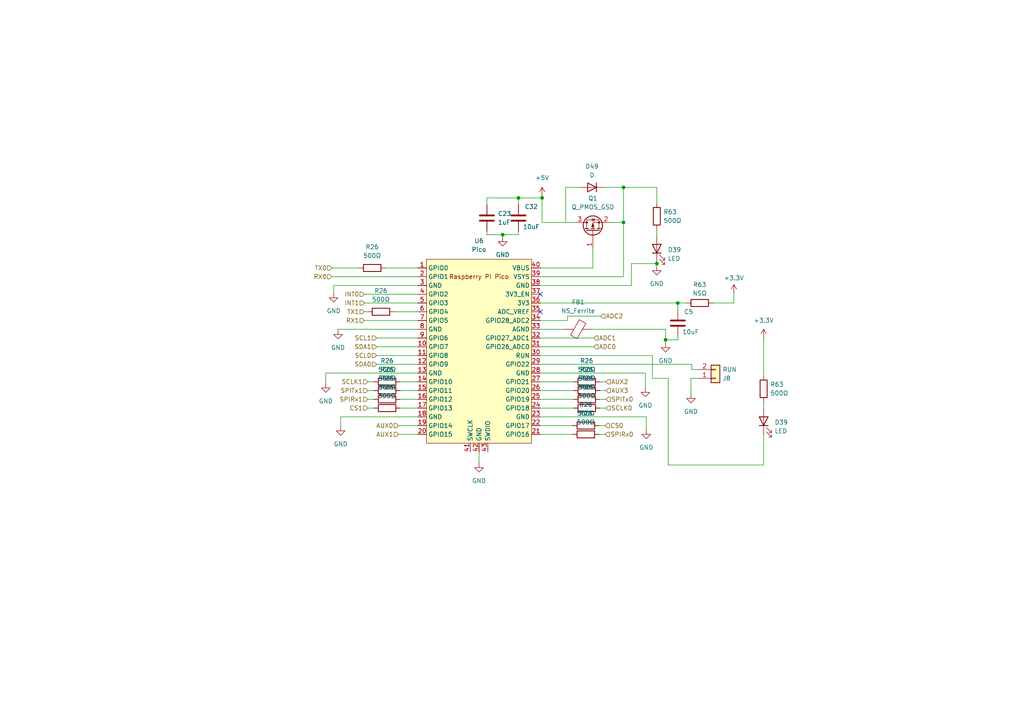
<source format=kicad_sch>
(kicad_sch (version 20230121) (generator eeschema)
  (paper "A4")
  (lib_symbols
    (symbol "Connector_Generic:Conn_01x02" (pin_names (offset 1.016) hide)
      (property "Reference" "J" (at 0 2.54 0))
      (property "Value" "Conn_01x02" (at 0 -5.08 0))
      (symbol "Conn_01x02_1_1"
        (rectangle (start -1.27 -2.413) (end 0 -2.667) (stroke (width 0.1524)))
        (rectangle (start -1.27 0.127) (end 0 -0.127) (stroke (width 0.1524)))
        (rectangle (start -1.27 1.27) (end 1.27 -3.81) (stroke (width 0.254)) (fill (type background)))
        (pin passive line (at -5.08 0 0) (length 3.81) (name "Pin_1") (number "1"))
        (pin passive line (at -5.08 -2.54 0) (length 3.81) (name "Pin_2") (number "2"))
      )
    )
    (symbol "Device:C" (pin_numbers hide) (pin_names (offset 0.254))
      (property "Reference" "C" (at 0.635 2.54 0))
      (property "Value" "C" (at 0.635 -2.54 0))
      (symbol "C_0_1"
        (polyline (pts (xy -2.032 -0.762) (xy 2.032 -0.762)) (stroke (width 0.508)))
        (polyline (pts (xy -2.032 0.762) (xy 2.032 0.762)) (stroke (width 0.508)))
      )
      (symbol "C_1_1"
        (pin passive line (at 0 3.81 270) (length 2.794) (name "~") (number "1"))
        (pin passive line (at 0 -3.81 90) (length 2.794) (name "~") (number "2"))
      )
    )
    (symbol "Device:D" (pin_numbers hide) (pin_names (offset 1.016) hide)
      (property "Reference" "D" (at 0 2.54 0))
      (property "Value" "D" (at 0 -2.54 0))
      (symbol "D_0_1"
        (polyline (pts (xy -1.27 1.27) (xy -1.27 -1.27)) (stroke (width 0.254)))
        (polyline (pts (xy 1.27 0) (xy -1.27 0)))
        (polyline (pts (xy 1.27 1.27) (xy 1.27 -1.27) (xy -1.27 0) (xy 1.27 1.27)) (stroke (width 0.254)))
      )
      (symbol "D_1_1"
        (pin passive line (at -3.81 0 0) (length 2.54) (name "K") (number "1"))
        (pin passive line (at 3.81 0 180) (length 2.54) (name "A") (number "2"))
      )
    )
    (symbol "Device:FerriteBead" (pin_numbers hide) (pin_names (offset 0))
      (property "Reference" "FB" (at -3.81 0.635 90))
      (property "Value" "FerriteBead" (at 3.81 0 90))
      (symbol "FerriteBead_0_1"
        (polyline (pts (xy 0 -1.27) (xy 0 -1.2192)))
        (polyline (pts (xy 0 1.27) (xy 0 1.2954)))
        (polyline (pts (xy -2.7686 0.4064) (xy -1.7018 2.2606) (xy 2.7686 -0.3048) (xy 1.6764 -2.159) (xy -2.7686 0.4064)))
      )
      (symbol "FerriteBead_1_1"
        (pin passive line (at 0 3.81 270) (length 2.54) (name "~") (number "1"))
        (pin passive line (at 0 -3.81 90) (length 2.54) (name "~") (number "2"))
      )
    )
    (symbol "Device:LED" (pin_numbers hide) (pin_names (offset 1.016) hide)
      (property "Reference" "D" (at 0 2.54 0))
      (property "Value" "LED" (at 0 -2.54 0))
      (symbol "LED_0_1"
        (polyline (pts (xy -1.27 -1.27) (xy -1.27 1.27)) (stroke (width 0.254)))
        (polyline (pts (xy -1.27 0) (xy 1.27 0)))
        (polyline (pts (xy 1.27 -1.27) (xy 1.27 1.27) (xy -1.27 0) (xy 1.27 -1.27)) (stroke (width 0.254)))
        (polyline (pts (xy -3.048 -0.762) (xy -4.572 -2.286) (xy -3.81 -2.286) (xy -4.572 -2.286) (xy -4.572 -1.524)))
        (polyline (pts (xy -1.778 -0.762) (xy -3.302 -2.286) (xy -2.54 -2.286) (xy -3.302 -2.286) (xy -3.302 -1.524)))
      )
      (symbol "LED_1_1"
        (pin passive line (at -3.81 0 0) (length 2.54) (name "K") (number "1"))
        (pin passive line (at 3.81 0 180) (length 2.54) (name "A") (number "2"))
      )
    )
    (symbol "Device:Q_PMOS_GSD" (pin_names (offset 0) hide)
      (property "Reference" "Q" (at 5.08 1.27 0))
      (property "Value" "Q_PMOS_GSD" (at 5.08 -1.27 0))
      (symbol "Q_PMOS_GSD_0_1"
        (polyline (pts (xy 0.254 0) (xy -2.54 0)))
        (polyline (pts (xy 0.254 1.905) (xy 0.254 -1.905)) (stroke (width 0.254)))
        (polyline (pts (xy 0.762 -1.27) (xy 0.762 -2.286)) (stroke (width 0.254)))
        (polyline (pts (xy 0.762 0.508) (xy 0.762 -0.508)) (stroke (width 0.254)))
        (polyline (pts (xy 0.762 2.286) (xy 0.762 1.27)) (stroke (width 0.254)))
        (polyline (pts (xy 2.54 2.54) (xy 2.54 1.778)))
        (polyline (pts (xy 2.54 -2.54) (xy 2.54 0) (xy 0.762 0)))
        (polyline (pts (xy 0.762 1.778) (xy 3.302 1.778) (xy 3.302 -1.778) (xy 0.762 -1.778)))
        (polyline (pts (xy 2.286 0) (xy 1.27 0.381) (xy 1.27 -0.381) (xy 2.286 0)) (fill (type outline)))
        (polyline (pts (xy 2.794 -0.508) (xy 2.921 -0.381) (xy 3.683 -0.381) (xy 3.81 -0.254)))
        (polyline (pts (xy 3.302 -0.381) (xy 2.921 0.254) (xy 3.683 0.254) (xy 3.302 -0.381)))
        (circle (center 1.651 0) (radius 2.794) (stroke (width 0.254)))
        (circle (center 2.54 -1.778) (radius 0.254) (fill (type outline)))
        (circle (center 2.54 1.778) (radius 0.254) (fill (type outline)))
      )
      (symbol "Q_PMOS_GSD_1_1"
        (pin input line (at -5.08 0 0) (length 2.54) (name "G") (number "1"))
        (pin passive line (at 2.54 -5.08 90) (length 2.54) (name "S") (number "2"))
        (pin passive line (at 2.54 5.08 270) (length 2.54) (name "D") (number "3"))
      )
    )
    (symbol "Device:R" (pin_numbers hide) (pin_names (offset 0))
      (property "Reference" "R" (at 2.032 0 90))
      (property "Value" "R" (at 0 0 90))
      (symbol "R_0_1"
        (rectangle (start -1.016 -2.54) (end 1.016 2.54) (stroke (width 0.254)))
      )
      (symbol "R_1_1"
        (pin passive line (at 0 3.81 270) (length 1.27) (name "~") (number "1"))
        (pin passive line (at 0 -3.81 90) (length 1.27) (name "~") (number "2"))
      )
    )
    (symbol "Pico:Pico"
      (property "Reference" "U" (at -13.97 27.94 0))
      (property "Value" "Pico" (at 0 19.05 0))
      (symbol "Pico_0_0"
        (text "Raspberry Pi Pico" (at 0 21.59 0) (effects (font (size 1.27 1.27))))
      )
      (symbol "Pico_0_1"
        (rectangle (start -15.24 26.67) (end 15.24 -26.67) (fill (type background)))
      )
      (symbol "Pico_1_1"
        (pin bidirectional line (at -17.78 24.13 0) (length 2.54) (name "GPIO0") (number "1"))
        (pin bidirectional line (at -17.78 1.27 0) (length 2.54) (name "GPIO7") (number "10"))
        (pin bidirectional line (at -17.78 -1.27 0) (length 2.54) (name "GPIO8") (number "11"))
        (pin bidirectional line (at -17.78 -3.81 0) (length 2.54) (name "GPIO9") (number "12"))
        (pin power_in line (at -17.78 -6.35 0) (length 2.54) (name "GND") (number "13"))
        (pin bidirectional line (at -17.78 -8.89 0) (length 2.54) (name "GPIO10") (number "14"))
        (pin bidirectional line (at -17.78 -11.43 0) (length 2.54) (name "GPIO11") (number "15"))
        (pin bidirectional line (at -17.78 -13.97 0) (length 2.54) (name "GPIO12") (number "16"))
        (pin bidirectional line (at -17.78 -16.51 0) (length 2.54) (name "GPIO13") (number "17"))
        (pin power_in line (at -17.78 -19.05 0) (length 2.54) (name "GND") (number "18"))
        (pin bidirectional line (at -17.78 -21.59 0) (length 2.54) (name "GPIO14") (number "19"))
        (pin bidirectional line (at -17.78 21.59 0) (length 2.54) (name "GPIO1") (number "2"))
        (pin bidirectional line (at -17.78 -24.13 0) (length 2.54) (name "GPIO15") (number "20"))
        (pin bidirectional line (at 17.78 -24.13 180) (length 2.54) (name "GPIO16") (number "21"))
        (pin bidirectional line (at 17.78 -21.59 180) (length 2.54) (name "GPIO17") (number "22"))
        (pin power_in line (at 17.78 -19.05 180) (length 2.54) (name "GND") (number "23"))
        (pin bidirectional line (at 17.78 -16.51 180) (length 2.54) (name "GPIO18") (number "24"))
        (pin bidirectional line (at 17.78 -13.97 180) (length 2.54) (name "GPIO19") (number "25"))
        (pin bidirectional line (at 17.78 -11.43 180) (length 2.54) (name "GPIO20") (number "26"))
        (pin bidirectional line (at 17.78 -8.89 180) (length 2.54) (name "GPIO21") (number "27"))
        (pin power_in line (at 17.78 -6.35 180) (length 2.54) (name "GND") (number "28"))
        (pin bidirectional line (at 17.78 -3.81 180) (length 2.54) (name "GPIO22") (number "29"))
        (pin power_in line (at -17.78 19.05 0) (length 2.54) (name "GND") (number "3"))
        (pin input line (at 17.78 -1.27 180) (length 2.54) (name "RUN") (number "30"))
        (pin bidirectional line (at 17.78 1.27 180) (length 2.54) (name "GPIO26_ADC0") (number "31"))
        (pin bidirectional line (at 17.78 3.81 180) (length 2.54) (name "GPIO27_ADC1") (number "32"))
        (pin power_in line (at 17.78 6.35 180) (length 2.54) (name "AGND") (number "33"))
        (pin bidirectional line (at 17.78 8.89 180) (length 2.54) (name "GPIO28_ADC2") (number "34"))
        (pin power_in line (at 17.78 11.43 180) (length 2.54) (name "ADC_VREF") (number "35"))
        (pin power_in line (at 17.78 13.97 180) (length 2.54) (name "3V3") (number "36"))
        (pin input line (at 17.78 16.51 180) (length 2.54) (name "3V3_EN") (number "37"))
        (pin bidirectional line (at 17.78 19.05 180) (length 2.54) (name "GND") (number "38"))
        (pin power_in line (at 17.78 21.59 180) (length 2.54) (name "VSYS") (number "39"))
        (pin bidirectional line (at -17.78 16.51 0) (length 2.54) (name "GPIO2") (number "4"))
        (pin power_in line (at 17.78 24.13 180) (length 2.54) (name "VBUS") (number "40"))
        (pin input line (at -2.54 -29.21 90) (length 2.54) (name "SWCLK") (number "41"))
        (pin power_in line (at 0 -29.21 90) (length 2.54) (name "GND") (number "42"))
        (pin bidirectional line (at 2.54 -29.21 90) (length 2.54) (name "SWDIO") (number "43"))
        (pin bidirectional line (at -17.78 13.97 0) (length 2.54) (name "GPIO3") (number "5"))
        (pin bidirectional line (at -17.78 11.43 0) (length 2.54) (name "GPIO4") (number "6"))
        (pin bidirectional line (at -17.78 8.89 0) (length 2.54) (name "GPIO5") (number "7"))
        (pin power_in line (at -17.78 6.35 0) (length 2.54) (name "GND") (number "8"))
        (pin bidirectional line (at -17.78 3.81 0) (length 2.54) (name "GPIO6") (number "9"))
      )
    )
    (symbol "power:+3.3V" (power) (pin_names (offset 0))
      (property "Value" "+3.3V" (at 0 3.556 0))
      (symbol "+3.3V_0_1"
        (polyline (pts (xy -0.762 1.27) (xy 0 2.54)))
        (polyline (pts (xy 0 0) (xy 0 2.54)))
        (polyline (pts (xy 0 2.54) (xy 0.762 1.27)))
      )
      (symbol "+3.3V_1_1"
        (pin power_in line (at 0 0 90) (length 0) hide (name "+3.3V") (number "1"))
      )
    )
    (symbol "power:+5V" (power) (pin_names (offset 0))
      (property "Value" "+5V" (at 0 3.556 0))
      (symbol "+5V_0_1"
        (polyline (pts (xy -0.762 1.27) (xy 0 2.54)))
        (polyline (pts (xy 0 0) (xy 0 2.54)))
        (polyline (pts (xy 0 2.54) (xy 0.762 1.27)))
      )
      (symbol "+5V_1_1"
        (pin power_in line (at 0 0 90) (length 0) hide (name "+5V") (number "1"))
      )
    )
    (symbol "power:GND" (power) (pin_names (offset 0))
      (property "Value" "GND" (at 0 -3.81 0))
      (symbol "GND_0_1"
        (polyline (pts (xy 0 0) (xy 0 -1.27) (xy 1.27 -1.27) (xy 0 -2.54) (xy -1.27 -1.27) (xy 0 -1.27)))
      )
      (symbol "GND_1_1"
        (pin power_in line (at 0 0 270) (length 0) hide (name "GND") (number "1"))
      )
    )
  )
  (junction (at 193.04 98.552))
  (junction (at 190.5 76.454))
  (junction (at 150.368 57.404))
  (junction (at 196.596 87.884))
  (junction (at 180.848 54.356))
  (junction (at 145.796 68.072))
  (junction (at 157.226 57.404))
  (junction (at 180.848 64.516))
  (no_connect (at 156.718 85.344))
  (no_connect (at 156.718 90.424))
  (wire (pts (xy 175.768 118.364) (xy 173.99 118.364)))
  (wire (pts (xy 183.134 82.804) (xy 183.134 76.454)))
  (wire (pts (xy 189.23 109.728) (xy 193.802 109.728)))
  (wire (pts (xy 175.514 123.444) (xy 173.736 123.444)))
  (wire (pts (xy 189.23 103.124) (xy 189.23 109.728)))
  (wire (pts (xy 156.718 123.444) (xy 166.116 123.444)))
  (wire (pts (xy 156.718 115.824) (xy 166.37 115.824)))
  (wire (pts (xy 156.718 100.584) (xy 172.212 100.584)))
  (wire (pts (xy 105.664 90.424) (xy 106.68 90.424)))
  (wire (pts (xy 156.718 125.984) (xy 166.116 125.984)))
  (wire (pts (xy 193.04 98.552) (xy 196.596 98.552)))
  (wire (pts (xy 156.718 103.124) (xy 189.23 103.124)))
  (wire (pts (xy 221.488 98.044) (xy 221.488 108.966)))
  (wire (pts (xy 200.66 107.188) (xy 202.438 107.188)))
  (wire (pts (xy 175.514 54.356) (xy 180.848 54.356)))
  (wire (pts (xy 106.68 113.284) (xy 108.458 113.284)))
  (wire (pts (xy 138.938 131.064) (xy 138.938 134.366)))
  (wire (pts (xy 106.68 115.824) (xy 108.458 115.824)))
  (wire (pts (xy 156.718 118.364) (xy 166.37 118.364)))
  (wire (pts (xy 116.078 115.824) (xy 121.158 115.824)))
  (wire (pts (xy 150.368 68.072) (xy 145.796 68.072)))
  (wire (pts (xy 98.806 120.904) (xy 121.158 120.904)))
  (wire (pts (xy 105.664 87.884) (xy 121.158 87.884)))
  (wire (pts (xy 164.084 64.262) (xy 164.084 54.356)))
  (wire (pts (xy 190.5 54.356) (xy 190.5 58.928)))
  (wire (pts (xy 96.266 77.724) (xy 104.14 77.724)))
  (wire (pts (xy 156.718 77.724) (xy 171.958 77.724)))
  (wire (pts (xy 200.406 114.3) (xy 200.406 109.728)))
  (wire (pts (xy 157.226 56.896) (xy 157.226 57.404)))
  (wire (pts (xy 196.596 87.884) (xy 196.596 89.916)))
  (wire (pts (xy 114.3 90.424) (xy 121.158 90.424)))
  (wire (pts (xy 96.266 80.264) (xy 121.158 80.264)))
  (wire (pts (xy 164.084 54.356) (xy 167.894 54.356)))
  (wire (pts (xy 212.852 87.884) (xy 212.852 85.09)))
  (wire (pts (xy 156.718 120.904) (xy 187.452 120.904)))
  (wire (pts (xy 156.718 98.044) (xy 172.212 98.044)))
  (wire (pts (xy 193.802 134.874) (xy 221.488 134.874)))
  (wire (pts (xy 221.488 116.586) (xy 221.488 118.364)))
  (wire (pts (xy 106.68 118.364) (xy 108.458 118.364)))
  (wire (pts (xy 98.044 95.758) (xy 98.044 95.504)))
  (wire (pts (xy 109.22 98.044) (xy 121.158 98.044)))
  (wire (pts (xy 157.226 57.404) (xy 157.226 64.516)))
  (wire (pts (xy 180.848 80.264) (xy 180.848 64.516)))
  (wire (pts (xy 115.57 123.444) (xy 121.158 123.444)))
  (wire (pts (xy 164.592 91.694) (xy 164.592 92.964)))
  (wire (pts (xy 150.368 57.404) (xy 150.368 59.436)))
  (wire (pts (xy 141.224 59.436) (xy 141.224 57.404)))
  (wire (pts (xy 150.368 67.056) (xy 150.368 68.072)))
  (wire (pts (xy 106.68 110.744) (xy 108.458 110.744)))
  (wire (pts (xy 173.99 113.284) (xy 175.768 113.284)))
  (wire (pts (xy 206.756 87.884) (xy 212.852 87.884)))
  (wire (pts (xy 109.22 103.124) (xy 121.158 103.124)))
  (wire (pts (xy 94.488 111.252) (xy 94.488 108.204)))
  (wire (pts (xy 190.5 76.454) (xy 190.5 77.216)))
  (wire (pts (xy 193.802 109.728) (xy 193.802 134.874)))
  (wire (pts (xy 196.596 87.884) (xy 199.136 87.884)))
  (wire (pts (xy 109.22 105.664) (xy 121.158 105.664)))
  (wire (pts (xy 187.452 120.904) (xy 187.452 124.714)))
  (wire (pts (xy 190.5 66.548) (xy 190.5 68.326)))
  (wire (pts (xy 171.45 95.504) (xy 193.04 95.504)))
  (wire (pts (xy 145.796 68.072) (xy 145.796 68.834)))
  (wire (pts (xy 175.514 125.984) (xy 173.736 125.984)))
  (wire (pts (xy 98.044 95.504) (xy 121.158 95.504)))
  (wire (pts (xy 116.078 110.744) (xy 121.158 110.744)))
  (wire (pts (xy 200.66 105.664) (xy 200.66 107.188)))
  (wire (pts (xy 115.57 125.984) (xy 121.158 125.984)))
  (wire (pts (xy 183.134 76.454) (xy 190.5 76.454)))
  (wire (pts (xy 156.718 95.504) (xy 163.83 95.504)))
  (wire (pts (xy 156.718 113.284) (xy 166.37 113.284)))
  (wire (pts (xy 96.774 85.09) (xy 96.774 82.804)))
  (wire (pts (xy 156.718 87.884) (xy 196.596 87.884)))
  (wire (pts (xy 173.99 110.744) (xy 175.768 110.744)))
  (wire (pts (xy 156.718 110.744) (xy 166.37 110.744)))
  (wire (pts (xy 156.718 82.804) (xy 183.134 82.804)))
  (wire (pts (xy 116.078 118.364) (xy 121.158 118.364)))
  (wire (pts (xy 105.664 92.964) (xy 121.158 92.964)))
  (wire (pts (xy 175.768 115.824) (xy 173.99 115.824)))
  (wire (pts (xy 141.224 57.404) (xy 150.368 57.404)))
  (wire (pts (xy 156.718 108.204) (xy 187.198 108.204)))
  (wire (pts (xy 180.848 54.356) (xy 180.848 64.516)))
  (wire (pts (xy 164.592 92.964) (xy 156.718 92.964)))
  (wire (pts (xy 141.224 67.056) (xy 141.224 68.072)))
  (wire (pts (xy 193.04 95.504) (xy 193.04 98.552)))
  (wire (pts (xy 171.958 77.724) (xy 171.958 72.136)))
  (wire (pts (xy 174.244 91.694) (xy 164.592 91.694)))
  (wire (pts (xy 156.718 80.264) (xy 180.848 80.264)))
  (wire (pts (xy 196.596 98.552) (xy 196.596 97.536)))
  (wire (pts (xy 98.806 123.698) (xy 98.806 120.904)))
  (wire (pts (xy 116.078 113.284) (xy 121.158 113.284)))
  (wire (pts (xy 221.488 125.984) (xy 221.488 134.874)))
  (wire (pts (xy 180.848 54.356) (xy 190.5 54.356)))
  (wire (pts (xy 187.198 108.204) (xy 187.198 112.522)))
  (wire (pts (xy 111.76 77.724) (xy 121.158 77.724)))
  (wire (pts (xy 109.22 100.584) (xy 121.158 100.584)))
  (wire (pts (xy 150.368 57.404) (xy 157.226 57.404)))
  (wire (pts (xy 190.5 75.946) (xy 190.5 76.454)))
  (wire (pts (xy 105.664 85.344) (xy 121.158 85.344)))
  (wire (pts (xy 193.04 98.552) (xy 193.04 99.568)))
  (wire (pts (xy 156.718 105.664) (xy 200.66 105.664)))
  (wire (pts (xy 157.226 64.516) (xy 166.878 64.516)))
  (wire (pts (xy 141.224 68.072) (xy 145.796 68.072)))
  (wire (pts (xy 94.488 108.204) (xy 121.158 108.204)))
  (wire (pts (xy 96.774 82.804) (xy 121.158 82.804)))
  (wire (pts (xy 180.848 64.516) (xy 177.038 64.516)))
  (wire (pts (xy 200.406 109.728) (xy 202.438 109.728)))
  (hierarchical_label "SCLK1" (shape input) (at 106.68 110.744 180))
  (hierarchical_label "INT0" (shape input) (at 105.664 85.344 180))
  (hierarchical_label "RX1" (shape input) (at 105.664 92.964 180))
  (hierarchical_label "SCL1" (shape input) (at 109.22 98.044 180))
  (hierarchical_label "ADC0" (shape input) (at 172.212 100.584 0))
  (hierarchical_label "SCL0" (shape input) (at 109.22 103.124 180))
  (hierarchical_label "SPIRx0" (shape input) (at 175.514 125.984 0))
  (hierarchical_label "AUX0" (shape input) (at 115.57 123.444 180))
  (hierarchical_label "INT1" (shape input) (at 105.664 87.884 180))
  (hierarchical_label "SDA1" (shape input) (at 109.22 100.584 180))
  (hierarchical_label "ADC2" (shape input) (at 174.244 91.694 0))
  (hierarchical_label "AUX2" (shape input) (at 175.768 110.744 0))
  (hierarchical_label "SCLK0" (shape input) (at 175.768 118.364 0))
  (hierarchical_label "RX0" (shape input) (at 96.266 80.264 180))
  (hierarchical_label "SPIRx1" (shape input) (at 106.68 115.824 180))
  (hierarchical_label "AUX1" (shape input) (at 115.57 125.984 180))
  (hierarchical_label "CS0" (shape input) (at 175.514 123.444 0))
  (hierarchical_label "TX0" (shape input) (at 96.266 77.724 180))
  (hierarchical_label "ADC1" (shape input) (at 172.212 98.044 0))
  (hierarchical_label "SDA0" (shape input) (at 109.22 105.664 180))
  (hierarchical_label "TX1" (shape input) (at 105.664 90.424 180))
  (hierarchical_label "CS1" (shape input) (at 106.68 118.364 180))
  (hierarchical_label "AUX3" (shape input) (at 175.768 113.284 0))
  (hierarchical_label "SPITx1" (shape input) (at 106.68 113.284 180))
  (hierarchical_label "SPITx0" (shape input) (at 175.768 115.824 0))
  (symbol (lib_id "power:+5V") (at 157.226 56.896 0) (unit 1)
    (property "Reference" "#PWR0148" (effects hide))
    (property "Value" "+5V" (at 157.226 51.562 0))
  )
  (symbol (lib_id "Device:R") (at 170.18 118.364 90) (mirror x) (unit 1)
    (property "Reference" "R26" (at 170.18 112.268 90))
    (property "Value" "500Ω" (at 170.18 114.808 90))
    (property "Footprint" "Resistor_SMD:R_0805_2012Metric" (effects hide))
    (instances (project "PicoIrrigation" (path "" (reference "R26") (unit 1)) (path "" (reference "R11") (unit 1))))
  )
  (symbol (lib_id "power:GND") (at 187.198 112.522 0) (unit 1)
    (property "Reference" "#PWR0140" (effects hide))
    (property "Value" "GND" (at 187.198 117.602 0))
    (instances (project "PicoIrrigation" (path "" (reference "#PWR0145") (unit 1))))
  )
  (symbol (lib_id "power:GND") (at 200.406 114.3 0) (unit 1)
    (property "Reference" "#PWR0140" (effects hide))
    (property "Value" "GND" (at 200.406 119.38 0))
    (instances (project "PicoIrrigation" (path "" (reference "#PWR02") (unit 1))))
  )
  (symbol (lib_id "power:GND") (at 145.796 68.834 0) (unit 1)
    (property "Reference" "#PWR09" (effects hide))
    (property "Value" "GND" (at 145.796 73.914 0))
    (instances (project "PicoIrrigation" (path "" (reference "#PWR0149") (unit 1))))
  )
  (symbol (lib_id "Device:C") (at 150.368 63.246 0) (unit 1)
    (property "Reference" "C15" (at 152.146 59.944 0) (effects (justify left)))
    (property "Value" "10uF" (at 151.638 65.786 0) (effects (justify left)))
    (property "Footprint" "Capacitor_SMD:C_0805_2012Metric" (effects hide))
    (instances (project "PicoIrrigation" (path "" (reference "C32") (unit 1))))
  )
  (symbol (lib_id "power:GND") (at 190.5 77.216 0) (unit 1)
    (property "Reference" "#PWR0140" (effects hide))
    (property "Value" "GND" (at 190.5 82.296 0))
    (instances (project "PicoIrrigation" (path "" (reference "#PWR0147") (unit 1))))
  )
  (symbol (lib_id "Device:R") (at 112.268 118.364 270) (unit 1)
    (property "Reference" "R26" (at 112.268 112.268 90))
    (property "Value" "500Ω" (at 112.268 114.808 90))
    (property "Footprint" "Resistor_SMD:R_0805_2012Metric" (effects hide))
    (instances (project "PicoIrrigation" (path "" (reference "R26") (unit 1)) (path "" (reference "R4") (unit 1))))
  )
  (symbol (lib_id "Device:R") (at 112.268 110.744 270) (unit 1)
    (property "Reference" "R26" (at 112.268 104.648 90))
    (property "Value" "500Ω" (at 112.268 107.188 90))
    (property "Footprint" "Resistor_SMD:R_0805_2012Metric" (effects hide))
    (instances (project "PicoIrrigation" (path "" (reference "R26") (unit 1)) (path "" (reference "R6") (unit 1))))
  )
  (symbol (lib_id "Device:R") (at 170.18 110.744 90) (mirror x) (unit 1)
    (property "Reference" "R26" (at 170.18 104.648 90))
    (property "Value" "500Ω" (at 170.18 107.188 90))
    (property "Footprint" "Resistor_SMD:R_0805_2012Metric" (effects hide))
    (instances (project "PicoIrrigation" (path "" (reference "R26") (unit 1)) (path "" (reference "R16") (unit 1))))
  )
  (symbol (lib_id "Device:Q_PMOS_GSD") (at 171.958 67.056 90) (unit 1)
    (property "Reference" "Q1" (at 171.958 57.531 90))
    (property "Value" "Q_PMOS_GSD" (at 171.958 60.071 90))
    (property "Footprint" "Package_TO_SOT_SMD:SOT-23" (effects hide))
    (instances (project "PicoIrrigation" (path "" (reference "Q1") (unit 1)) (path "" (reference "Q3") (unit 1))))
  )
  (symbol (lib_id "Connector_Generic:Conn_01x02") (at 207.518 109.728 0) (mirror x) (unit 1)
    (property "Reference" "J8" (at 209.55 109.728 0) (effects (justify left)))
    (property "Value" "RUN" (at 209.55 107.188 0) (effects (justify left)))
  )
  (symbol (lib_id "power:+3.3V") (at 212.852 85.09 0) (unit 1)
    (property "Reference" "#PWR096" (effects hide))
    (property "Value" "+3.3V" (at 212.852 80.645 0))
    (instances (project "PicoIrrigation" (path "" (reference "#PWR096") (unit 1)) (path "" (reference "#PWR021") (unit 1))))
  )
  (symbol (lib_id "power:GND") (at 193.04 99.568 0) (unit 1)
    (property "Reference" "#PWR0140" (effects hide))
    (property "Value" "GND" (at 193.04 104.648 0))
    (instances (project "PicoIrrigation" (path "" (reference "#PWR0150") (unit 1))))
  )
  (symbol (lib_id "power:GND") (at 98.044 95.758 0) (unit 1)
    (property "Reference" "#PWR0140" (effects hide))
    (property "Value" "GND" (at 98.044 100.838 0))
    (instances (project "PicoIrrigation" (path "" (reference "#PWR0153") (unit 1))))
  )
  (symbol (lib_id "power:+3.3V") (at 221.488 98.044 0) (unit 1)
    (property "Reference" "#PWR0144" (effects hide))
    (property "Value" "+3.3V" (at 221.488 92.964 0))
    (instances (project "PicoIrrigation" (path "" (reference "#PWR026") (unit 1))))
  )
  (symbol (lib_id "Device:FerriteBead") (at 167.64 95.504 270) (unit 1)
    (property "Reference" "FB8" (at 167.6908 87.63 90))
    (property "Value" "NS_Ferrite" (at 167.6908 90.17 90))
    (property "Footprint" "Inductor_SMD:L_0805_2012Metric" (effects hide))
    (instances (project "PicoIrrigation" (path "" (reference "FB1") (unit 1))))
  )
  (symbol (lib_id "power:GND") (at 187.452 124.714 0) (unit 1)
    (property "Reference" "#PWR0140" (effects hide))
    (property "Value" "GND" (at 187.452 129.794 0))
    (instances (project "PicoIrrigation" (path "" (reference "#PWR0146") (unit 1))))
  )
  (symbol (lib_id "Device:R") (at 202.946 87.884 270) (unit 1)
    (property "Reference" "R63" (at 202.946 82.55 90))
    (property "Value" "NSΩ" (at 202.946 85.09 90))
    (property "Footprint" "Resistor_SMD:R_0805_2012Metric" (effects hide))
    (instances (project "PicoIrrigation" (path "" (reference "R63") (unit 1)) (path "" (reference "R57") (unit 1)) (path "" (reference "R59") (unit 1))))
  )
  (symbol (lib_id "power:GND") (at 138.938 134.366 0) (unit 1)
    (property "Reference" "#PWR0140" (effects hide))
    (property "Value" "GND" (at 138.938 139.446 0))
    (instances (project "PicoIrrigation" (path "" (reference "#PWR0155") (unit 1))))
  )
  (symbol (lib_id "Device:R") (at 112.268 115.824 270) (unit 1)
    (property "Reference" "R26" (at 112.268 109.728 90))
    (property "Value" "500Ω" (at 112.268 112.268 90))
    (property "Footprint" "Resistor_SMD:R_0805_2012Metric" (effects hide))
    (instances (project "PicoIrrigation" (path "" (reference "R26") (unit 1)) (path "" (reference "R5") (unit 1))))
  )
  (symbol (lib_id "Device:R") (at 170.18 113.284 90) (mirror x) (unit 1)
    (property "Reference" "R26" (at 170.18 107.188 90))
    (property "Value" "500Ω" (at 170.18 109.728 90))
    (property "Footprint" "Resistor_SMD:R_0805_2012Metric" (effects hide))
    (instances (project "PicoIrrigation" (path "" (reference "R26") (unit 1)) (path "" (reference "R15") (unit 1))))
  )
  (symbol (lib_id "Device:C") (at 141.224 63.246 0) (unit 1)
    (property "Reference" "C1" (at 144.399 61.976 0) (effects (justify left)))
    (property "Value" "1uF" (at 144.399 64.516 0) (effects (justify left)))
    (property "Footprint" "Capacitor_SMD:C_0805_2012Metric" (effects hide))
    (instances (project "PicoIrrigation" (path "" (reference "C23") (unit 1))))
  )
  (symbol (lib_id "Device:R") (at 170.18 115.824 90) (mirror x) (unit 1)
    (property "Reference" "R26" (at 170.18 109.728 90))
    (property "Value" "500Ω" (at 170.18 112.268 90))
    (property "Footprint" "Resistor_SMD:R_0805_2012Metric" (effects hide))
    (instances (project "PicoIrrigation" (path "" (reference "R26") (unit 1)) (path "" (reference "R12") (unit 1))))
  )
  (symbol (lib_id "Device:R") (at 110.49 90.424 270) (unit 1)
    (property "Reference" "R26" (at 110.49 84.328 90))
    (property "Value" "500Ω" (at 110.49 86.868 90))
    (property "Footprint" "Resistor_SMD:R_0805_2012Metric" (effects hide))
    (instances (project "PicoIrrigation" (path "" (reference "R26") (unit 1)) (path "" (reference "R2") (unit 1))))
  )
  (symbol (lib_id "Device:R") (at 107.95 77.724 270) (unit 1)
    (property "Reference" "R26" (at 107.95 71.628 90))
    (property "Value" "500Ω" (at 107.95 74.168 90))
    (property "Footprint" "Resistor_SMD:R_0805_2012Metric" (effects hide))
    (instances (project "PicoIrrigation" (path "" (reference "R26") (unit 1)) (path "" (reference "R1") (unit 1))))
  )
  (symbol (lib_id "power:GND") (at 96.774 85.09 0) (unit 1)
    (property "Reference" "#PWR0140" (effects hide))
    (property "Value" "GND" (at 96.774 90.17 0))
    (instances (project "PicoIrrigation" (path "" (reference "#PWR0154") (unit 1))))
  )
  (symbol (lib_id "Device:R") (at 221.488 112.776 180) (unit 1)
    (property "Reference" "R63" (at 223.393 111.506 0) (effects (justify right)))
    (property "Value" "500Ω" (at 223.393 114.046 0) (effects (justify right)))
    (property "Footprint" "Resistor_SMD:R_0805_2012Metric" (effects hide))
    (instances (project "PicoIrrigation" (path "" (reference "R63") (unit 1)) (path "" (reference "R57") (unit 1)) (path "" (reference "R80") (unit 1))))
  )
  (symbol (lib_id "Device:R") (at 169.926 125.984 90) (mirror x) (unit 1)
    (property "Reference" "R26" (at 169.926 119.888 90))
    (property "Value" "500Ω" (at 169.926 122.428 90))
    (property "Footprint" "Resistor_SMD:R_0805_2012Metric" (effects hide))
    (instances (project "PicoIrrigation" (path "" (reference "R26") (unit 1)) (path "" (reference "R13") (unit 1))))
  )
  (symbol (lib_id "Device:C") (at 196.596 93.726 0) (unit 1)
    (property "Reference" "C15" (at 198.374 90.424 0) (effects (justify left)))
    (property "Value" "10uF" (at 197.866 96.266 0) (effects (justify left)))
    (property "Footprint" "Capacitor_SMD:C_0805_2012Metric" (effects hide))
    (instances (project "PicoIrrigation" (path "" (reference "C5") (unit 1))))
  )
  (symbol (lib_id "Device:D") (at 171.704 54.356 180) (unit 1)
    (property "Reference" "D49" (at 171.704 48.26 0))
    (property "Value" "D" (at 171.704 50.8 0))
    (property "Footprint" "Diode_SMD:D_SOD-123" (effects hide))
    (property "Sim.Device" "D" (effects hide))
    (property "Sim.Pins" "1=K 2=A" (effects hide))
  )
  (symbol (lib_id "Device:LED") (at 221.488 122.174 90) (unit 1)
    (property "Reference" "D39" (at 224.663 122.4915 90) (effects (justify right)))
    (property "Value" "LED" (at 224.663 125.0315 90) (effects (justify right)))
    (property "Footprint" "LED_SMD:LED_0805_2012Metric" (effects hide))
    (instances (project "PicoIrrigation" (path "" (reference "D39") (unit 1)) (path "" (reference "D46") (unit 1))))
  )
  (symbol (lib_id "Device:R") (at 190.5 62.738 180) (unit 1)
    (property "Reference" "R63" (at 192.405 61.468 0) (effects (justify right)))
    (property "Value" "500Ω" (at 192.405 64.008 0) (effects (justify right)))
    (property "Footprint" "Resistor_SMD:R_0805_2012Metric" (effects hide))
    (instances (project "PicoIrrigation" (path "" (reference "R63") (unit 1)) (path "" (reference "R57") (unit 1)) (path "" (reference "R86") (unit 1))))
  )
  (symbol (lib_id "Device:R") (at 112.268 113.284 270) (unit 1)
    (property "Reference" "R26" (at 112.268 107.188 90))
    (property "Value" "500Ω" (at 112.268 109.728 90))
    (property "Footprint" "Resistor_SMD:R_0805_2012Metric" (effects hide))
    (instances (project "PicoIrrigation" (path "" (reference "R26") (unit 1)) (path "" (reference "R3") (unit 1))))
  )
  (symbol (lib_id "power:GND") (at 98.806 123.698 0) (unit 1)
    (property "Reference" "#PWR0140" (effects hide))
    (property "Value" "GND" (at 98.806 128.778 0))
    (instances (project "PicoIrrigation" (path "" (reference "#PWR0151") (unit 1))))
  )
  (symbol (lib_id "power:GND") (at 94.488 111.252 0) (unit 1)
    (property "Reference" "#PWR0140" (effects hide))
    (property "Value" "GND" (at 94.488 116.332 0))
    (instances (project "PicoIrrigation" (path "" (reference "#PWR0152") (unit 1))))
  )
  (symbol (lib_id "Pico:Pico") (at 138.938 101.854 0) (unit 1)
    (property "Reference" "U6" (at 138.938 69.85 0))
    (property "Value" "Pico" (at 138.938 72.39 0))
    (property "Footprint" "Pico:RPi_Pico_SMD_TH" (effects hide))
  )
  (symbol (lib_id "Device:LED") (at 190.5 72.136 90) (unit 1)
    (property "Reference" "D39" (at 193.675 72.4535 90) (effects (justify right)))
    (property "Value" "LED" (at 193.675 74.9935 90) (effects (justify right)))
    (property "Footprint" "LED_SMD:LED_0805_2012Metric" (effects hide))
    (instances (project "PicoIrrigation" (path "" (reference "D39") (unit 1)) (path "" (reference "D48") (unit 1))))
  )
  (symbol (lib_id "Device:R") (at 169.926 123.444 90) (mirror x) (unit 1)
    (property "Reference" "R26" (at 169.926 117.348 90))
    (property "Value" "500Ω" (at 169.926 119.888 90))
    (property "Footprint" "Resistor_SMD:R_0805_2012Metric" (effects hide))
    (instances (project "PicoIrrigation" (path "" (reference "R26") (unit 1)) (path "" (reference "R14") (unit 1))))
  )
)
</source>
